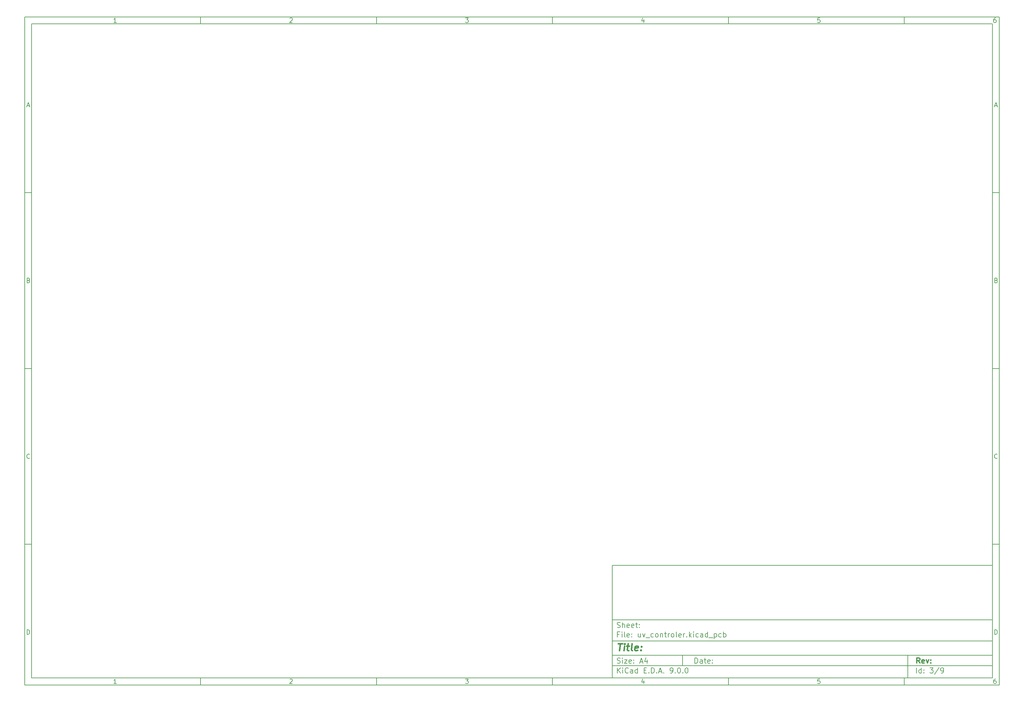
<source format=gbr>
%TF.GenerationSoftware,KiCad,Pcbnew,9.0.0*%
%TF.CreationDate,2025-06-04T23:26:29+02:00*%
%TF.ProjectId,uv_controler,75765f63-6f6e-4747-926f-6c65722e6b69,rev?*%
%TF.SameCoordinates,Original*%
%TF.FileFunction,Paste,Bot*%
%TF.FilePolarity,Positive*%
%FSLAX46Y46*%
G04 Gerber Fmt 4.6, Leading zero omitted, Abs format (unit mm)*
G04 Created by KiCad (PCBNEW 9.0.0) date 2025-06-04 23:26:29*
%MOMM*%
%LPD*%
G01*
G04 APERTURE LIST*
%ADD10C,0.100000*%
%ADD11C,0.150000*%
%ADD12C,0.300000*%
%ADD13C,0.400000*%
G04 APERTURE END LIST*
D10*
D11*
X177002200Y-166007200D02*
X285002200Y-166007200D01*
X285002200Y-198007200D01*
X177002200Y-198007200D01*
X177002200Y-166007200D01*
D10*
D11*
X10000000Y-10000000D02*
X287002200Y-10000000D01*
X287002200Y-200007200D01*
X10000000Y-200007200D01*
X10000000Y-10000000D01*
D10*
D11*
X12000000Y-12000000D02*
X285002200Y-12000000D01*
X285002200Y-198007200D01*
X12000000Y-198007200D01*
X12000000Y-12000000D01*
D10*
D11*
X60000000Y-12000000D02*
X60000000Y-10000000D01*
D10*
D11*
X110000000Y-12000000D02*
X110000000Y-10000000D01*
D10*
D11*
X160000000Y-12000000D02*
X160000000Y-10000000D01*
D10*
D11*
X210000000Y-12000000D02*
X210000000Y-10000000D01*
D10*
D11*
X260000000Y-12000000D02*
X260000000Y-10000000D01*
D10*
D11*
X36089160Y-11593604D02*
X35346303Y-11593604D01*
X35717731Y-11593604D02*
X35717731Y-10293604D01*
X35717731Y-10293604D02*
X35593922Y-10479319D01*
X35593922Y-10479319D02*
X35470112Y-10603128D01*
X35470112Y-10603128D02*
X35346303Y-10665033D01*
D10*
D11*
X85346303Y-10417414D02*
X85408207Y-10355509D01*
X85408207Y-10355509D02*
X85532017Y-10293604D01*
X85532017Y-10293604D02*
X85841541Y-10293604D01*
X85841541Y-10293604D02*
X85965350Y-10355509D01*
X85965350Y-10355509D02*
X86027255Y-10417414D01*
X86027255Y-10417414D02*
X86089160Y-10541223D01*
X86089160Y-10541223D02*
X86089160Y-10665033D01*
X86089160Y-10665033D02*
X86027255Y-10850747D01*
X86027255Y-10850747D02*
X85284398Y-11593604D01*
X85284398Y-11593604D02*
X86089160Y-11593604D01*
D10*
D11*
X135284398Y-10293604D02*
X136089160Y-10293604D01*
X136089160Y-10293604D02*
X135655826Y-10788842D01*
X135655826Y-10788842D02*
X135841541Y-10788842D01*
X135841541Y-10788842D02*
X135965350Y-10850747D01*
X135965350Y-10850747D02*
X136027255Y-10912652D01*
X136027255Y-10912652D02*
X136089160Y-11036461D01*
X136089160Y-11036461D02*
X136089160Y-11345985D01*
X136089160Y-11345985D02*
X136027255Y-11469795D01*
X136027255Y-11469795D02*
X135965350Y-11531700D01*
X135965350Y-11531700D02*
X135841541Y-11593604D01*
X135841541Y-11593604D02*
X135470112Y-11593604D01*
X135470112Y-11593604D02*
X135346303Y-11531700D01*
X135346303Y-11531700D02*
X135284398Y-11469795D01*
D10*
D11*
X185965350Y-10726938D02*
X185965350Y-11593604D01*
X185655826Y-10231700D02*
X185346303Y-11160271D01*
X185346303Y-11160271D02*
X186151064Y-11160271D01*
D10*
D11*
X236027255Y-10293604D02*
X235408207Y-10293604D01*
X235408207Y-10293604D02*
X235346303Y-10912652D01*
X235346303Y-10912652D02*
X235408207Y-10850747D01*
X235408207Y-10850747D02*
X235532017Y-10788842D01*
X235532017Y-10788842D02*
X235841541Y-10788842D01*
X235841541Y-10788842D02*
X235965350Y-10850747D01*
X235965350Y-10850747D02*
X236027255Y-10912652D01*
X236027255Y-10912652D02*
X236089160Y-11036461D01*
X236089160Y-11036461D02*
X236089160Y-11345985D01*
X236089160Y-11345985D02*
X236027255Y-11469795D01*
X236027255Y-11469795D02*
X235965350Y-11531700D01*
X235965350Y-11531700D02*
X235841541Y-11593604D01*
X235841541Y-11593604D02*
X235532017Y-11593604D01*
X235532017Y-11593604D02*
X235408207Y-11531700D01*
X235408207Y-11531700D02*
X235346303Y-11469795D01*
D10*
D11*
X285965350Y-10293604D02*
X285717731Y-10293604D01*
X285717731Y-10293604D02*
X285593922Y-10355509D01*
X285593922Y-10355509D02*
X285532017Y-10417414D01*
X285532017Y-10417414D02*
X285408207Y-10603128D01*
X285408207Y-10603128D02*
X285346303Y-10850747D01*
X285346303Y-10850747D02*
X285346303Y-11345985D01*
X285346303Y-11345985D02*
X285408207Y-11469795D01*
X285408207Y-11469795D02*
X285470112Y-11531700D01*
X285470112Y-11531700D02*
X285593922Y-11593604D01*
X285593922Y-11593604D02*
X285841541Y-11593604D01*
X285841541Y-11593604D02*
X285965350Y-11531700D01*
X285965350Y-11531700D02*
X286027255Y-11469795D01*
X286027255Y-11469795D02*
X286089160Y-11345985D01*
X286089160Y-11345985D02*
X286089160Y-11036461D01*
X286089160Y-11036461D02*
X286027255Y-10912652D01*
X286027255Y-10912652D02*
X285965350Y-10850747D01*
X285965350Y-10850747D02*
X285841541Y-10788842D01*
X285841541Y-10788842D02*
X285593922Y-10788842D01*
X285593922Y-10788842D02*
X285470112Y-10850747D01*
X285470112Y-10850747D02*
X285408207Y-10912652D01*
X285408207Y-10912652D02*
X285346303Y-11036461D01*
D10*
D11*
X60000000Y-198007200D02*
X60000000Y-200007200D01*
D10*
D11*
X110000000Y-198007200D02*
X110000000Y-200007200D01*
D10*
D11*
X160000000Y-198007200D02*
X160000000Y-200007200D01*
D10*
D11*
X210000000Y-198007200D02*
X210000000Y-200007200D01*
D10*
D11*
X260000000Y-198007200D02*
X260000000Y-200007200D01*
D10*
D11*
X36089160Y-199600804D02*
X35346303Y-199600804D01*
X35717731Y-199600804D02*
X35717731Y-198300804D01*
X35717731Y-198300804D02*
X35593922Y-198486519D01*
X35593922Y-198486519D02*
X35470112Y-198610328D01*
X35470112Y-198610328D02*
X35346303Y-198672233D01*
D10*
D11*
X85346303Y-198424614D02*
X85408207Y-198362709D01*
X85408207Y-198362709D02*
X85532017Y-198300804D01*
X85532017Y-198300804D02*
X85841541Y-198300804D01*
X85841541Y-198300804D02*
X85965350Y-198362709D01*
X85965350Y-198362709D02*
X86027255Y-198424614D01*
X86027255Y-198424614D02*
X86089160Y-198548423D01*
X86089160Y-198548423D02*
X86089160Y-198672233D01*
X86089160Y-198672233D02*
X86027255Y-198857947D01*
X86027255Y-198857947D02*
X85284398Y-199600804D01*
X85284398Y-199600804D02*
X86089160Y-199600804D01*
D10*
D11*
X135284398Y-198300804D02*
X136089160Y-198300804D01*
X136089160Y-198300804D02*
X135655826Y-198796042D01*
X135655826Y-198796042D02*
X135841541Y-198796042D01*
X135841541Y-198796042D02*
X135965350Y-198857947D01*
X135965350Y-198857947D02*
X136027255Y-198919852D01*
X136027255Y-198919852D02*
X136089160Y-199043661D01*
X136089160Y-199043661D02*
X136089160Y-199353185D01*
X136089160Y-199353185D02*
X136027255Y-199476995D01*
X136027255Y-199476995D02*
X135965350Y-199538900D01*
X135965350Y-199538900D02*
X135841541Y-199600804D01*
X135841541Y-199600804D02*
X135470112Y-199600804D01*
X135470112Y-199600804D02*
X135346303Y-199538900D01*
X135346303Y-199538900D02*
X135284398Y-199476995D01*
D10*
D11*
X185965350Y-198734138D02*
X185965350Y-199600804D01*
X185655826Y-198238900D02*
X185346303Y-199167471D01*
X185346303Y-199167471D02*
X186151064Y-199167471D01*
D10*
D11*
X236027255Y-198300804D02*
X235408207Y-198300804D01*
X235408207Y-198300804D02*
X235346303Y-198919852D01*
X235346303Y-198919852D02*
X235408207Y-198857947D01*
X235408207Y-198857947D02*
X235532017Y-198796042D01*
X235532017Y-198796042D02*
X235841541Y-198796042D01*
X235841541Y-198796042D02*
X235965350Y-198857947D01*
X235965350Y-198857947D02*
X236027255Y-198919852D01*
X236027255Y-198919852D02*
X236089160Y-199043661D01*
X236089160Y-199043661D02*
X236089160Y-199353185D01*
X236089160Y-199353185D02*
X236027255Y-199476995D01*
X236027255Y-199476995D02*
X235965350Y-199538900D01*
X235965350Y-199538900D02*
X235841541Y-199600804D01*
X235841541Y-199600804D02*
X235532017Y-199600804D01*
X235532017Y-199600804D02*
X235408207Y-199538900D01*
X235408207Y-199538900D02*
X235346303Y-199476995D01*
D10*
D11*
X285965350Y-198300804D02*
X285717731Y-198300804D01*
X285717731Y-198300804D02*
X285593922Y-198362709D01*
X285593922Y-198362709D02*
X285532017Y-198424614D01*
X285532017Y-198424614D02*
X285408207Y-198610328D01*
X285408207Y-198610328D02*
X285346303Y-198857947D01*
X285346303Y-198857947D02*
X285346303Y-199353185D01*
X285346303Y-199353185D02*
X285408207Y-199476995D01*
X285408207Y-199476995D02*
X285470112Y-199538900D01*
X285470112Y-199538900D02*
X285593922Y-199600804D01*
X285593922Y-199600804D02*
X285841541Y-199600804D01*
X285841541Y-199600804D02*
X285965350Y-199538900D01*
X285965350Y-199538900D02*
X286027255Y-199476995D01*
X286027255Y-199476995D02*
X286089160Y-199353185D01*
X286089160Y-199353185D02*
X286089160Y-199043661D01*
X286089160Y-199043661D02*
X286027255Y-198919852D01*
X286027255Y-198919852D02*
X285965350Y-198857947D01*
X285965350Y-198857947D02*
X285841541Y-198796042D01*
X285841541Y-198796042D02*
X285593922Y-198796042D01*
X285593922Y-198796042D02*
X285470112Y-198857947D01*
X285470112Y-198857947D02*
X285408207Y-198919852D01*
X285408207Y-198919852D02*
X285346303Y-199043661D01*
D10*
D11*
X10000000Y-60000000D02*
X12000000Y-60000000D01*
D10*
D11*
X10000000Y-110000000D02*
X12000000Y-110000000D01*
D10*
D11*
X10000000Y-160000000D02*
X12000000Y-160000000D01*
D10*
D11*
X10690476Y-35222176D02*
X11309523Y-35222176D01*
X10566666Y-35593604D02*
X10999999Y-34293604D01*
X10999999Y-34293604D02*
X11433333Y-35593604D01*
D10*
D11*
X11092857Y-84912652D02*
X11278571Y-84974557D01*
X11278571Y-84974557D02*
X11340476Y-85036461D01*
X11340476Y-85036461D02*
X11402380Y-85160271D01*
X11402380Y-85160271D02*
X11402380Y-85345985D01*
X11402380Y-85345985D02*
X11340476Y-85469795D01*
X11340476Y-85469795D02*
X11278571Y-85531700D01*
X11278571Y-85531700D02*
X11154761Y-85593604D01*
X11154761Y-85593604D02*
X10659523Y-85593604D01*
X10659523Y-85593604D02*
X10659523Y-84293604D01*
X10659523Y-84293604D02*
X11092857Y-84293604D01*
X11092857Y-84293604D02*
X11216666Y-84355509D01*
X11216666Y-84355509D02*
X11278571Y-84417414D01*
X11278571Y-84417414D02*
X11340476Y-84541223D01*
X11340476Y-84541223D02*
X11340476Y-84665033D01*
X11340476Y-84665033D02*
X11278571Y-84788842D01*
X11278571Y-84788842D02*
X11216666Y-84850747D01*
X11216666Y-84850747D02*
X11092857Y-84912652D01*
X11092857Y-84912652D02*
X10659523Y-84912652D01*
D10*
D11*
X11402380Y-135469795D02*
X11340476Y-135531700D01*
X11340476Y-135531700D02*
X11154761Y-135593604D01*
X11154761Y-135593604D02*
X11030952Y-135593604D01*
X11030952Y-135593604D02*
X10845238Y-135531700D01*
X10845238Y-135531700D02*
X10721428Y-135407890D01*
X10721428Y-135407890D02*
X10659523Y-135284080D01*
X10659523Y-135284080D02*
X10597619Y-135036461D01*
X10597619Y-135036461D02*
X10597619Y-134850747D01*
X10597619Y-134850747D02*
X10659523Y-134603128D01*
X10659523Y-134603128D02*
X10721428Y-134479319D01*
X10721428Y-134479319D02*
X10845238Y-134355509D01*
X10845238Y-134355509D02*
X11030952Y-134293604D01*
X11030952Y-134293604D02*
X11154761Y-134293604D01*
X11154761Y-134293604D02*
X11340476Y-134355509D01*
X11340476Y-134355509D02*
X11402380Y-134417414D01*
D10*
D11*
X10659523Y-185593604D02*
X10659523Y-184293604D01*
X10659523Y-184293604D02*
X10969047Y-184293604D01*
X10969047Y-184293604D02*
X11154761Y-184355509D01*
X11154761Y-184355509D02*
X11278571Y-184479319D01*
X11278571Y-184479319D02*
X11340476Y-184603128D01*
X11340476Y-184603128D02*
X11402380Y-184850747D01*
X11402380Y-184850747D02*
X11402380Y-185036461D01*
X11402380Y-185036461D02*
X11340476Y-185284080D01*
X11340476Y-185284080D02*
X11278571Y-185407890D01*
X11278571Y-185407890D02*
X11154761Y-185531700D01*
X11154761Y-185531700D02*
X10969047Y-185593604D01*
X10969047Y-185593604D02*
X10659523Y-185593604D01*
D10*
D11*
X287002200Y-60000000D02*
X285002200Y-60000000D01*
D10*
D11*
X287002200Y-110000000D02*
X285002200Y-110000000D01*
D10*
D11*
X287002200Y-160000000D02*
X285002200Y-160000000D01*
D10*
D11*
X285692676Y-35222176D02*
X286311723Y-35222176D01*
X285568866Y-35593604D02*
X286002199Y-34293604D01*
X286002199Y-34293604D02*
X286435533Y-35593604D01*
D10*
D11*
X286095057Y-84912652D02*
X286280771Y-84974557D01*
X286280771Y-84974557D02*
X286342676Y-85036461D01*
X286342676Y-85036461D02*
X286404580Y-85160271D01*
X286404580Y-85160271D02*
X286404580Y-85345985D01*
X286404580Y-85345985D02*
X286342676Y-85469795D01*
X286342676Y-85469795D02*
X286280771Y-85531700D01*
X286280771Y-85531700D02*
X286156961Y-85593604D01*
X286156961Y-85593604D02*
X285661723Y-85593604D01*
X285661723Y-85593604D02*
X285661723Y-84293604D01*
X285661723Y-84293604D02*
X286095057Y-84293604D01*
X286095057Y-84293604D02*
X286218866Y-84355509D01*
X286218866Y-84355509D02*
X286280771Y-84417414D01*
X286280771Y-84417414D02*
X286342676Y-84541223D01*
X286342676Y-84541223D02*
X286342676Y-84665033D01*
X286342676Y-84665033D02*
X286280771Y-84788842D01*
X286280771Y-84788842D02*
X286218866Y-84850747D01*
X286218866Y-84850747D02*
X286095057Y-84912652D01*
X286095057Y-84912652D02*
X285661723Y-84912652D01*
D10*
D11*
X286404580Y-135469795D02*
X286342676Y-135531700D01*
X286342676Y-135531700D02*
X286156961Y-135593604D01*
X286156961Y-135593604D02*
X286033152Y-135593604D01*
X286033152Y-135593604D02*
X285847438Y-135531700D01*
X285847438Y-135531700D02*
X285723628Y-135407890D01*
X285723628Y-135407890D02*
X285661723Y-135284080D01*
X285661723Y-135284080D02*
X285599819Y-135036461D01*
X285599819Y-135036461D02*
X285599819Y-134850747D01*
X285599819Y-134850747D02*
X285661723Y-134603128D01*
X285661723Y-134603128D02*
X285723628Y-134479319D01*
X285723628Y-134479319D02*
X285847438Y-134355509D01*
X285847438Y-134355509D02*
X286033152Y-134293604D01*
X286033152Y-134293604D02*
X286156961Y-134293604D01*
X286156961Y-134293604D02*
X286342676Y-134355509D01*
X286342676Y-134355509D02*
X286404580Y-134417414D01*
D10*
D11*
X285661723Y-185593604D02*
X285661723Y-184293604D01*
X285661723Y-184293604D02*
X285971247Y-184293604D01*
X285971247Y-184293604D02*
X286156961Y-184355509D01*
X286156961Y-184355509D02*
X286280771Y-184479319D01*
X286280771Y-184479319D02*
X286342676Y-184603128D01*
X286342676Y-184603128D02*
X286404580Y-184850747D01*
X286404580Y-184850747D02*
X286404580Y-185036461D01*
X286404580Y-185036461D02*
X286342676Y-185284080D01*
X286342676Y-185284080D02*
X286280771Y-185407890D01*
X286280771Y-185407890D02*
X286156961Y-185531700D01*
X286156961Y-185531700D02*
X285971247Y-185593604D01*
X285971247Y-185593604D02*
X285661723Y-185593604D01*
D10*
D11*
X200458026Y-193793328D02*
X200458026Y-192293328D01*
X200458026Y-192293328D02*
X200815169Y-192293328D01*
X200815169Y-192293328D02*
X201029455Y-192364757D01*
X201029455Y-192364757D02*
X201172312Y-192507614D01*
X201172312Y-192507614D02*
X201243741Y-192650471D01*
X201243741Y-192650471D02*
X201315169Y-192936185D01*
X201315169Y-192936185D02*
X201315169Y-193150471D01*
X201315169Y-193150471D02*
X201243741Y-193436185D01*
X201243741Y-193436185D02*
X201172312Y-193579042D01*
X201172312Y-193579042D02*
X201029455Y-193721900D01*
X201029455Y-193721900D02*
X200815169Y-193793328D01*
X200815169Y-193793328D02*
X200458026Y-193793328D01*
X202600884Y-193793328D02*
X202600884Y-193007614D01*
X202600884Y-193007614D02*
X202529455Y-192864757D01*
X202529455Y-192864757D02*
X202386598Y-192793328D01*
X202386598Y-192793328D02*
X202100884Y-192793328D01*
X202100884Y-192793328D02*
X201958026Y-192864757D01*
X202600884Y-193721900D02*
X202458026Y-193793328D01*
X202458026Y-193793328D02*
X202100884Y-193793328D01*
X202100884Y-193793328D02*
X201958026Y-193721900D01*
X201958026Y-193721900D02*
X201886598Y-193579042D01*
X201886598Y-193579042D02*
X201886598Y-193436185D01*
X201886598Y-193436185D02*
X201958026Y-193293328D01*
X201958026Y-193293328D02*
X202100884Y-193221900D01*
X202100884Y-193221900D02*
X202458026Y-193221900D01*
X202458026Y-193221900D02*
X202600884Y-193150471D01*
X203100884Y-192793328D02*
X203672312Y-192793328D01*
X203315169Y-192293328D02*
X203315169Y-193579042D01*
X203315169Y-193579042D02*
X203386598Y-193721900D01*
X203386598Y-193721900D02*
X203529455Y-193793328D01*
X203529455Y-193793328D02*
X203672312Y-193793328D01*
X204743741Y-193721900D02*
X204600884Y-193793328D01*
X204600884Y-193793328D02*
X204315170Y-193793328D01*
X204315170Y-193793328D02*
X204172312Y-193721900D01*
X204172312Y-193721900D02*
X204100884Y-193579042D01*
X204100884Y-193579042D02*
X204100884Y-193007614D01*
X204100884Y-193007614D02*
X204172312Y-192864757D01*
X204172312Y-192864757D02*
X204315170Y-192793328D01*
X204315170Y-192793328D02*
X204600884Y-192793328D01*
X204600884Y-192793328D02*
X204743741Y-192864757D01*
X204743741Y-192864757D02*
X204815170Y-193007614D01*
X204815170Y-193007614D02*
X204815170Y-193150471D01*
X204815170Y-193150471D02*
X204100884Y-193293328D01*
X205458026Y-193650471D02*
X205529455Y-193721900D01*
X205529455Y-193721900D02*
X205458026Y-193793328D01*
X205458026Y-193793328D02*
X205386598Y-193721900D01*
X205386598Y-193721900D02*
X205458026Y-193650471D01*
X205458026Y-193650471D02*
X205458026Y-193793328D01*
X205458026Y-192864757D02*
X205529455Y-192936185D01*
X205529455Y-192936185D02*
X205458026Y-193007614D01*
X205458026Y-193007614D02*
X205386598Y-192936185D01*
X205386598Y-192936185D02*
X205458026Y-192864757D01*
X205458026Y-192864757D02*
X205458026Y-193007614D01*
D10*
D11*
X177002200Y-194507200D02*
X285002200Y-194507200D01*
D10*
D11*
X178458026Y-196593328D02*
X178458026Y-195093328D01*
X179315169Y-196593328D02*
X178672312Y-195736185D01*
X179315169Y-195093328D02*
X178458026Y-195950471D01*
X179958026Y-196593328D02*
X179958026Y-195593328D01*
X179958026Y-195093328D02*
X179886598Y-195164757D01*
X179886598Y-195164757D02*
X179958026Y-195236185D01*
X179958026Y-195236185D02*
X180029455Y-195164757D01*
X180029455Y-195164757D02*
X179958026Y-195093328D01*
X179958026Y-195093328D02*
X179958026Y-195236185D01*
X181529455Y-196450471D02*
X181458027Y-196521900D01*
X181458027Y-196521900D02*
X181243741Y-196593328D01*
X181243741Y-196593328D02*
X181100884Y-196593328D01*
X181100884Y-196593328D02*
X180886598Y-196521900D01*
X180886598Y-196521900D02*
X180743741Y-196379042D01*
X180743741Y-196379042D02*
X180672312Y-196236185D01*
X180672312Y-196236185D02*
X180600884Y-195950471D01*
X180600884Y-195950471D02*
X180600884Y-195736185D01*
X180600884Y-195736185D02*
X180672312Y-195450471D01*
X180672312Y-195450471D02*
X180743741Y-195307614D01*
X180743741Y-195307614D02*
X180886598Y-195164757D01*
X180886598Y-195164757D02*
X181100884Y-195093328D01*
X181100884Y-195093328D02*
X181243741Y-195093328D01*
X181243741Y-195093328D02*
X181458027Y-195164757D01*
X181458027Y-195164757D02*
X181529455Y-195236185D01*
X182815170Y-196593328D02*
X182815170Y-195807614D01*
X182815170Y-195807614D02*
X182743741Y-195664757D01*
X182743741Y-195664757D02*
X182600884Y-195593328D01*
X182600884Y-195593328D02*
X182315170Y-195593328D01*
X182315170Y-195593328D02*
X182172312Y-195664757D01*
X182815170Y-196521900D02*
X182672312Y-196593328D01*
X182672312Y-196593328D02*
X182315170Y-196593328D01*
X182315170Y-196593328D02*
X182172312Y-196521900D01*
X182172312Y-196521900D02*
X182100884Y-196379042D01*
X182100884Y-196379042D02*
X182100884Y-196236185D01*
X182100884Y-196236185D02*
X182172312Y-196093328D01*
X182172312Y-196093328D02*
X182315170Y-196021900D01*
X182315170Y-196021900D02*
X182672312Y-196021900D01*
X182672312Y-196021900D02*
X182815170Y-195950471D01*
X184172313Y-196593328D02*
X184172313Y-195093328D01*
X184172313Y-196521900D02*
X184029455Y-196593328D01*
X184029455Y-196593328D02*
X183743741Y-196593328D01*
X183743741Y-196593328D02*
X183600884Y-196521900D01*
X183600884Y-196521900D02*
X183529455Y-196450471D01*
X183529455Y-196450471D02*
X183458027Y-196307614D01*
X183458027Y-196307614D02*
X183458027Y-195879042D01*
X183458027Y-195879042D02*
X183529455Y-195736185D01*
X183529455Y-195736185D02*
X183600884Y-195664757D01*
X183600884Y-195664757D02*
X183743741Y-195593328D01*
X183743741Y-195593328D02*
X184029455Y-195593328D01*
X184029455Y-195593328D02*
X184172313Y-195664757D01*
X186029455Y-195807614D02*
X186529455Y-195807614D01*
X186743741Y-196593328D02*
X186029455Y-196593328D01*
X186029455Y-196593328D02*
X186029455Y-195093328D01*
X186029455Y-195093328D02*
X186743741Y-195093328D01*
X187386598Y-196450471D02*
X187458027Y-196521900D01*
X187458027Y-196521900D02*
X187386598Y-196593328D01*
X187386598Y-196593328D02*
X187315170Y-196521900D01*
X187315170Y-196521900D02*
X187386598Y-196450471D01*
X187386598Y-196450471D02*
X187386598Y-196593328D01*
X188100884Y-196593328D02*
X188100884Y-195093328D01*
X188100884Y-195093328D02*
X188458027Y-195093328D01*
X188458027Y-195093328D02*
X188672313Y-195164757D01*
X188672313Y-195164757D02*
X188815170Y-195307614D01*
X188815170Y-195307614D02*
X188886599Y-195450471D01*
X188886599Y-195450471D02*
X188958027Y-195736185D01*
X188958027Y-195736185D02*
X188958027Y-195950471D01*
X188958027Y-195950471D02*
X188886599Y-196236185D01*
X188886599Y-196236185D02*
X188815170Y-196379042D01*
X188815170Y-196379042D02*
X188672313Y-196521900D01*
X188672313Y-196521900D02*
X188458027Y-196593328D01*
X188458027Y-196593328D02*
X188100884Y-196593328D01*
X189600884Y-196450471D02*
X189672313Y-196521900D01*
X189672313Y-196521900D02*
X189600884Y-196593328D01*
X189600884Y-196593328D02*
X189529456Y-196521900D01*
X189529456Y-196521900D02*
X189600884Y-196450471D01*
X189600884Y-196450471D02*
X189600884Y-196593328D01*
X190243742Y-196164757D02*
X190958028Y-196164757D01*
X190100885Y-196593328D02*
X190600885Y-195093328D01*
X190600885Y-195093328D02*
X191100885Y-196593328D01*
X191600884Y-196450471D02*
X191672313Y-196521900D01*
X191672313Y-196521900D02*
X191600884Y-196593328D01*
X191600884Y-196593328D02*
X191529456Y-196521900D01*
X191529456Y-196521900D02*
X191600884Y-196450471D01*
X191600884Y-196450471D02*
X191600884Y-196593328D01*
X193529456Y-196593328D02*
X193815170Y-196593328D01*
X193815170Y-196593328D02*
X193958027Y-196521900D01*
X193958027Y-196521900D02*
X194029456Y-196450471D01*
X194029456Y-196450471D02*
X194172313Y-196236185D01*
X194172313Y-196236185D02*
X194243742Y-195950471D01*
X194243742Y-195950471D02*
X194243742Y-195379042D01*
X194243742Y-195379042D02*
X194172313Y-195236185D01*
X194172313Y-195236185D02*
X194100885Y-195164757D01*
X194100885Y-195164757D02*
X193958027Y-195093328D01*
X193958027Y-195093328D02*
X193672313Y-195093328D01*
X193672313Y-195093328D02*
X193529456Y-195164757D01*
X193529456Y-195164757D02*
X193458027Y-195236185D01*
X193458027Y-195236185D02*
X193386599Y-195379042D01*
X193386599Y-195379042D02*
X193386599Y-195736185D01*
X193386599Y-195736185D02*
X193458027Y-195879042D01*
X193458027Y-195879042D02*
X193529456Y-195950471D01*
X193529456Y-195950471D02*
X193672313Y-196021900D01*
X193672313Y-196021900D02*
X193958027Y-196021900D01*
X193958027Y-196021900D02*
X194100885Y-195950471D01*
X194100885Y-195950471D02*
X194172313Y-195879042D01*
X194172313Y-195879042D02*
X194243742Y-195736185D01*
X194886598Y-196450471D02*
X194958027Y-196521900D01*
X194958027Y-196521900D02*
X194886598Y-196593328D01*
X194886598Y-196593328D02*
X194815170Y-196521900D01*
X194815170Y-196521900D02*
X194886598Y-196450471D01*
X194886598Y-196450471D02*
X194886598Y-196593328D01*
X195886599Y-195093328D02*
X196029456Y-195093328D01*
X196029456Y-195093328D02*
X196172313Y-195164757D01*
X196172313Y-195164757D02*
X196243742Y-195236185D01*
X196243742Y-195236185D02*
X196315170Y-195379042D01*
X196315170Y-195379042D02*
X196386599Y-195664757D01*
X196386599Y-195664757D02*
X196386599Y-196021900D01*
X196386599Y-196021900D02*
X196315170Y-196307614D01*
X196315170Y-196307614D02*
X196243742Y-196450471D01*
X196243742Y-196450471D02*
X196172313Y-196521900D01*
X196172313Y-196521900D02*
X196029456Y-196593328D01*
X196029456Y-196593328D02*
X195886599Y-196593328D01*
X195886599Y-196593328D02*
X195743742Y-196521900D01*
X195743742Y-196521900D02*
X195672313Y-196450471D01*
X195672313Y-196450471D02*
X195600884Y-196307614D01*
X195600884Y-196307614D02*
X195529456Y-196021900D01*
X195529456Y-196021900D02*
X195529456Y-195664757D01*
X195529456Y-195664757D02*
X195600884Y-195379042D01*
X195600884Y-195379042D02*
X195672313Y-195236185D01*
X195672313Y-195236185D02*
X195743742Y-195164757D01*
X195743742Y-195164757D02*
X195886599Y-195093328D01*
X197029455Y-196450471D02*
X197100884Y-196521900D01*
X197100884Y-196521900D02*
X197029455Y-196593328D01*
X197029455Y-196593328D02*
X196958027Y-196521900D01*
X196958027Y-196521900D02*
X197029455Y-196450471D01*
X197029455Y-196450471D02*
X197029455Y-196593328D01*
X198029456Y-195093328D02*
X198172313Y-195093328D01*
X198172313Y-195093328D02*
X198315170Y-195164757D01*
X198315170Y-195164757D02*
X198386599Y-195236185D01*
X198386599Y-195236185D02*
X198458027Y-195379042D01*
X198458027Y-195379042D02*
X198529456Y-195664757D01*
X198529456Y-195664757D02*
X198529456Y-196021900D01*
X198529456Y-196021900D02*
X198458027Y-196307614D01*
X198458027Y-196307614D02*
X198386599Y-196450471D01*
X198386599Y-196450471D02*
X198315170Y-196521900D01*
X198315170Y-196521900D02*
X198172313Y-196593328D01*
X198172313Y-196593328D02*
X198029456Y-196593328D01*
X198029456Y-196593328D02*
X197886599Y-196521900D01*
X197886599Y-196521900D02*
X197815170Y-196450471D01*
X197815170Y-196450471D02*
X197743741Y-196307614D01*
X197743741Y-196307614D02*
X197672313Y-196021900D01*
X197672313Y-196021900D02*
X197672313Y-195664757D01*
X197672313Y-195664757D02*
X197743741Y-195379042D01*
X197743741Y-195379042D02*
X197815170Y-195236185D01*
X197815170Y-195236185D02*
X197886599Y-195164757D01*
X197886599Y-195164757D02*
X198029456Y-195093328D01*
D10*
D11*
X177002200Y-191507200D02*
X285002200Y-191507200D01*
D10*
D12*
X264413853Y-193785528D02*
X263913853Y-193071242D01*
X263556710Y-193785528D02*
X263556710Y-192285528D01*
X263556710Y-192285528D02*
X264128139Y-192285528D01*
X264128139Y-192285528D02*
X264270996Y-192356957D01*
X264270996Y-192356957D02*
X264342425Y-192428385D01*
X264342425Y-192428385D02*
X264413853Y-192571242D01*
X264413853Y-192571242D02*
X264413853Y-192785528D01*
X264413853Y-192785528D02*
X264342425Y-192928385D01*
X264342425Y-192928385D02*
X264270996Y-192999814D01*
X264270996Y-192999814D02*
X264128139Y-193071242D01*
X264128139Y-193071242D02*
X263556710Y-193071242D01*
X265628139Y-193714100D02*
X265485282Y-193785528D01*
X265485282Y-193785528D02*
X265199568Y-193785528D01*
X265199568Y-193785528D02*
X265056710Y-193714100D01*
X265056710Y-193714100D02*
X264985282Y-193571242D01*
X264985282Y-193571242D02*
X264985282Y-192999814D01*
X264985282Y-192999814D02*
X265056710Y-192856957D01*
X265056710Y-192856957D02*
X265199568Y-192785528D01*
X265199568Y-192785528D02*
X265485282Y-192785528D01*
X265485282Y-192785528D02*
X265628139Y-192856957D01*
X265628139Y-192856957D02*
X265699568Y-192999814D01*
X265699568Y-192999814D02*
X265699568Y-193142671D01*
X265699568Y-193142671D02*
X264985282Y-193285528D01*
X266199567Y-192785528D02*
X266556710Y-193785528D01*
X266556710Y-193785528D02*
X266913853Y-192785528D01*
X267485281Y-193642671D02*
X267556710Y-193714100D01*
X267556710Y-193714100D02*
X267485281Y-193785528D01*
X267485281Y-193785528D02*
X267413853Y-193714100D01*
X267413853Y-193714100D02*
X267485281Y-193642671D01*
X267485281Y-193642671D02*
X267485281Y-193785528D01*
X267485281Y-192856957D02*
X267556710Y-192928385D01*
X267556710Y-192928385D02*
X267485281Y-192999814D01*
X267485281Y-192999814D02*
X267413853Y-192928385D01*
X267413853Y-192928385D02*
X267485281Y-192856957D01*
X267485281Y-192856957D02*
X267485281Y-192999814D01*
D10*
D11*
X178386598Y-193721900D02*
X178600884Y-193793328D01*
X178600884Y-193793328D02*
X178958026Y-193793328D01*
X178958026Y-193793328D02*
X179100884Y-193721900D01*
X179100884Y-193721900D02*
X179172312Y-193650471D01*
X179172312Y-193650471D02*
X179243741Y-193507614D01*
X179243741Y-193507614D02*
X179243741Y-193364757D01*
X179243741Y-193364757D02*
X179172312Y-193221900D01*
X179172312Y-193221900D02*
X179100884Y-193150471D01*
X179100884Y-193150471D02*
X178958026Y-193079042D01*
X178958026Y-193079042D02*
X178672312Y-193007614D01*
X178672312Y-193007614D02*
X178529455Y-192936185D01*
X178529455Y-192936185D02*
X178458026Y-192864757D01*
X178458026Y-192864757D02*
X178386598Y-192721900D01*
X178386598Y-192721900D02*
X178386598Y-192579042D01*
X178386598Y-192579042D02*
X178458026Y-192436185D01*
X178458026Y-192436185D02*
X178529455Y-192364757D01*
X178529455Y-192364757D02*
X178672312Y-192293328D01*
X178672312Y-192293328D02*
X179029455Y-192293328D01*
X179029455Y-192293328D02*
X179243741Y-192364757D01*
X179886597Y-193793328D02*
X179886597Y-192793328D01*
X179886597Y-192293328D02*
X179815169Y-192364757D01*
X179815169Y-192364757D02*
X179886597Y-192436185D01*
X179886597Y-192436185D02*
X179958026Y-192364757D01*
X179958026Y-192364757D02*
X179886597Y-192293328D01*
X179886597Y-192293328D02*
X179886597Y-192436185D01*
X180458026Y-192793328D02*
X181243741Y-192793328D01*
X181243741Y-192793328D02*
X180458026Y-193793328D01*
X180458026Y-193793328D02*
X181243741Y-193793328D01*
X182386598Y-193721900D02*
X182243741Y-193793328D01*
X182243741Y-193793328D02*
X181958027Y-193793328D01*
X181958027Y-193793328D02*
X181815169Y-193721900D01*
X181815169Y-193721900D02*
X181743741Y-193579042D01*
X181743741Y-193579042D02*
X181743741Y-193007614D01*
X181743741Y-193007614D02*
X181815169Y-192864757D01*
X181815169Y-192864757D02*
X181958027Y-192793328D01*
X181958027Y-192793328D02*
X182243741Y-192793328D01*
X182243741Y-192793328D02*
X182386598Y-192864757D01*
X182386598Y-192864757D02*
X182458027Y-193007614D01*
X182458027Y-193007614D02*
X182458027Y-193150471D01*
X182458027Y-193150471D02*
X181743741Y-193293328D01*
X183100883Y-193650471D02*
X183172312Y-193721900D01*
X183172312Y-193721900D02*
X183100883Y-193793328D01*
X183100883Y-193793328D02*
X183029455Y-193721900D01*
X183029455Y-193721900D02*
X183100883Y-193650471D01*
X183100883Y-193650471D02*
X183100883Y-193793328D01*
X183100883Y-192864757D02*
X183172312Y-192936185D01*
X183172312Y-192936185D02*
X183100883Y-193007614D01*
X183100883Y-193007614D02*
X183029455Y-192936185D01*
X183029455Y-192936185D02*
X183100883Y-192864757D01*
X183100883Y-192864757D02*
X183100883Y-193007614D01*
X184886598Y-193364757D02*
X185600884Y-193364757D01*
X184743741Y-193793328D02*
X185243741Y-192293328D01*
X185243741Y-192293328D02*
X185743741Y-193793328D01*
X186886598Y-192793328D02*
X186886598Y-193793328D01*
X186529455Y-192221900D02*
X186172312Y-193293328D01*
X186172312Y-193293328D02*
X187100883Y-193293328D01*
D10*
D11*
X263458026Y-196593328D02*
X263458026Y-195093328D01*
X264815170Y-196593328D02*
X264815170Y-195093328D01*
X264815170Y-196521900D02*
X264672312Y-196593328D01*
X264672312Y-196593328D02*
X264386598Y-196593328D01*
X264386598Y-196593328D02*
X264243741Y-196521900D01*
X264243741Y-196521900D02*
X264172312Y-196450471D01*
X264172312Y-196450471D02*
X264100884Y-196307614D01*
X264100884Y-196307614D02*
X264100884Y-195879042D01*
X264100884Y-195879042D02*
X264172312Y-195736185D01*
X264172312Y-195736185D02*
X264243741Y-195664757D01*
X264243741Y-195664757D02*
X264386598Y-195593328D01*
X264386598Y-195593328D02*
X264672312Y-195593328D01*
X264672312Y-195593328D02*
X264815170Y-195664757D01*
X265529455Y-196450471D02*
X265600884Y-196521900D01*
X265600884Y-196521900D02*
X265529455Y-196593328D01*
X265529455Y-196593328D02*
X265458027Y-196521900D01*
X265458027Y-196521900D02*
X265529455Y-196450471D01*
X265529455Y-196450471D02*
X265529455Y-196593328D01*
X265529455Y-195664757D02*
X265600884Y-195736185D01*
X265600884Y-195736185D02*
X265529455Y-195807614D01*
X265529455Y-195807614D02*
X265458027Y-195736185D01*
X265458027Y-195736185D02*
X265529455Y-195664757D01*
X265529455Y-195664757D02*
X265529455Y-195807614D01*
X267243741Y-195093328D02*
X268172313Y-195093328D01*
X268172313Y-195093328D02*
X267672313Y-195664757D01*
X267672313Y-195664757D02*
X267886598Y-195664757D01*
X267886598Y-195664757D02*
X268029456Y-195736185D01*
X268029456Y-195736185D02*
X268100884Y-195807614D01*
X268100884Y-195807614D02*
X268172313Y-195950471D01*
X268172313Y-195950471D02*
X268172313Y-196307614D01*
X268172313Y-196307614D02*
X268100884Y-196450471D01*
X268100884Y-196450471D02*
X268029456Y-196521900D01*
X268029456Y-196521900D02*
X267886598Y-196593328D01*
X267886598Y-196593328D02*
X267458027Y-196593328D01*
X267458027Y-196593328D02*
X267315170Y-196521900D01*
X267315170Y-196521900D02*
X267243741Y-196450471D01*
X269886598Y-195021900D02*
X268600884Y-196950471D01*
X270458027Y-196593328D02*
X270743741Y-196593328D01*
X270743741Y-196593328D02*
X270886598Y-196521900D01*
X270886598Y-196521900D02*
X270958027Y-196450471D01*
X270958027Y-196450471D02*
X271100884Y-196236185D01*
X271100884Y-196236185D02*
X271172313Y-195950471D01*
X271172313Y-195950471D02*
X271172313Y-195379042D01*
X271172313Y-195379042D02*
X271100884Y-195236185D01*
X271100884Y-195236185D02*
X271029456Y-195164757D01*
X271029456Y-195164757D02*
X270886598Y-195093328D01*
X270886598Y-195093328D02*
X270600884Y-195093328D01*
X270600884Y-195093328D02*
X270458027Y-195164757D01*
X270458027Y-195164757D02*
X270386598Y-195236185D01*
X270386598Y-195236185D02*
X270315170Y-195379042D01*
X270315170Y-195379042D02*
X270315170Y-195736185D01*
X270315170Y-195736185D02*
X270386598Y-195879042D01*
X270386598Y-195879042D02*
X270458027Y-195950471D01*
X270458027Y-195950471D02*
X270600884Y-196021900D01*
X270600884Y-196021900D02*
X270886598Y-196021900D01*
X270886598Y-196021900D02*
X271029456Y-195950471D01*
X271029456Y-195950471D02*
X271100884Y-195879042D01*
X271100884Y-195879042D02*
X271172313Y-195736185D01*
D10*
D11*
X177002200Y-187507200D02*
X285002200Y-187507200D01*
D10*
D13*
X178693928Y-188211638D02*
X179836785Y-188211638D01*
X179015357Y-190211638D02*
X179265357Y-188211638D01*
X180253452Y-190211638D02*
X180420119Y-188878304D01*
X180503452Y-188211638D02*
X180396309Y-188306876D01*
X180396309Y-188306876D02*
X180479643Y-188402114D01*
X180479643Y-188402114D02*
X180586786Y-188306876D01*
X180586786Y-188306876D02*
X180503452Y-188211638D01*
X180503452Y-188211638D02*
X180479643Y-188402114D01*
X181086786Y-188878304D02*
X181848690Y-188878304D01*
X181455833Y-188211638D02*
X181241548Y-189925923D01*
X181241548Y-189925923D02*
X181312976Y-190116400D01*
X181312976Y-190116400D02*
X181491548Y-190211638D01*
X181491548Y-190211638D02*
X181682024Y-190211638D01*
X182634405Y-190211638D02*
X182455833Y-190116400D01*
X182455833Y-190116400D02*
X182384405Y-189925923D01*
X182384405Y-189925923D02*
X182598690Y-188211638D01*
X184170119Y-190116400D02*
X183967738Y-190211638D01*
X183967738Y-190211638D02*
X183586785Y-190211638D01*
X183586785Y-190211638D02*
X183408214Y-190116400D01*
X183408214Y-190116400D02*
X183336785Y-189925923D01*
X183336785Y-189925923D02*
X183432024Y-189164019D01*
X183432024Y-189164019D02*
X183551071Y-188973542D01*
X183551071Y-188973542D02*
X183753452Y-188878304D01*
X183753452Y-188878304D02*
X184134404Y-188878304D01*
X184134404Y-188878304D02*
X184312976Y-188973542D01*
X184312976Y-188973542D02*
X184384404Y-189164019D01*
X184384404Y-189164019D02*
X184360595Y-189354495D01*
X184360595Y-189354495D02*
X183384404Y-189544971D01*
X185134405Y-190021161D02*
X185217738Y-190116400D01*
X185217738Y-190116400D02*
X185110595Y-190211638D01*
X185110595Y-190211638D02*
X185027262Y-190116400D01*
X185027262Y-190116400D02*
X185134405Y-190021161D01*
X185134405Y-190021161D02*
X185110595Y-190211638D01*
X185265357Y-188973542D02*
X185348690Y-189068780D01*
X185348690Y-189068780D02*
X185241548Y-189164019D01*
X185241548Y-189164019D02*
X185158214Y-189068780D01*
X185158214Y-189068780D02*
X185265357Y-188973542D01*
X185265357Y-188973542D02*
X185241548Y-189164019D01*
D10*
D11*
X178958026Y-185607614D02*
X178458026Y-185607614D01*
X178458026Y-186393328D02*
X178458026Y-184893328D01*
X178458026Y-184893328D02*
X179172312Y-184893328D01*
X179743740Y-186393328D02*
X179743740Y-185393328D01*
X179743740Y-184893328D02*
X179672312Y-184964757D01*
X179672312Y-184964757D02*
X179743740Y-185036185D01*
X179743740Y-185036185D02*
X179815169Y-184964757D01*
X179815169Y-184964757D02*
X179743740Y-184893328D01*
X179743740Y-184893328D02*
X179743740Y-185036185D01*
X180672312Y-186393328D02*
X180529455Y-186321900D01*
X180529455Y-186321900D02*
X180458026Y-186179042D01*
X180458026Y-186179042D02*
X180458026Y-184893328D01*
X181815169Y-186321900D02*
X181672312Y-186393328D01*
X181672312Y-186393328D02*
X181386598Y-186393328D01*
X181386598Y-186393328D02*
X181243740Y-186321900D01*
X181243740Y-186321900D02*
X181172312Y-186179042D01*
X181172312Y-186179042D02*
X181172312Y-185607614D01*
X181172312Y-185607614D02*
X181243740Y-185464757D01*
X181243740Y-185464757D02*
X181386598Y-185393328D01*
X181386598Y-185393328D02*
X181672312Y-185393328D01*
X181672312Y-185393328D02*
X181815169Y-185464757D01*
X181815169Y-185464757D02*
X181886598Y-185607614D01*
X181886598Y-185607614D02*
X181886598Y-185750471D01*
X181886598Y-185750471D02*
X181172312Y-185893328D01*
X182529454Y-186250471D02*
X182600883Y-186321900D01*
X182600883Y-186321900D02*
X182529454Y-186393328D01*
X182529454Y-186393328D02*
X182458026Y-186321900D01*
X182458026Y-186321900D02*
X182529454Y-186250471D01*
X182529454Y-186250471D02*
X182529454Y-186393328D01*
X182529454Y-185464757D02*
X182600883Y-185536185D01*
X182600883Y-185536185D02*
X182529454Y-185607614D01*
X182529454Y-185607614D02*
X182458026Y-185536185D01*
X182458026Y-185536185D02*
X182529454Y-185464757D01*
X182529454Y-185464757D02*
X182529454Y-185607614D01*
X185029455Y-185393328D02*
X185029455Y-186393328D01*
X184386597Y-185393328D02*
X184386597Y-186179042D01*
X184386597Y-186179042D02*
X184458026Y-186321900D01*
X184458026Y-186321900D02*
X184600883Y-186393328D01*
X184600883Y-186393328D02*
X184815169Y-186393328D01*
X184815169Y-186393328D02*
X184958026Y-186321900D01*
X184958026Y-186321900D02*
X185029455Y-186250471D01*
X185600883Y-185393328D02*
X185958026Y-186393328D01*
X185958026Y-186393328D02*
X186315169Y-185393328D01*
X186529455Y-186536185D02*
X187672312Y-186536185D01*
X188672312Y-186321900D02*
X188529454Y-186393328D01*
X188529454Y-186393328D02*
X188243740Y-186393328D01*
X188243740Y-186393328D02*
X188100883Y-186321900D01*
X188100883Y-186321900D02*
X188029454Y-186250471D01*
X188029454Y-186250471D02*
X187958026Y-186107614D01*
X187958026Y-186107614D02*
X187958026Y-185679042D01*
X187958026Y-185679042D02*
X188029454Y-185536185D01*
X188029454Y-185536185D02*
X188100883Y-185464757D01*
X188100883Y-185464757D02*
X188243740Y-185393328D01*
X188243740Y-185393328D02*
X188529454Y-185393328D01*
X188529454Y-185393328D02*
X188672312Y-185464757D01*
X189529454Y-186393328D02*
X189386597Y-186321900D01*
X189386597Y-186321900D02*
X189315168Y-186250471D01*
X189315168Y-186250471D02*
X189243740Y-186107614D01*
X189243740Y-186107614D02*
X189243740Y-185679042D01*
X189243740Y-185679042D02*
X189315168Y-185536185D01*
X189315168Y-185536185D02*
X189386597Y-185464757D01*
X189386597Y-185464757D02*
X189529454Y-185393328D01*
X189529454Y-185393328D02*
X189743740Y-185393328D01*
X189743740Y-185393328D02*
X189886597Y-185464757D01*
X189886597Y-185464757D02*
X189958026Y-185536185D01*
X189958026Y-185536185D02*
X190029454Y-185679042D01*
X190029454Y-185679042D02*
X190029454Y-186107614D01*
X190029454Y-186107614D02*
X189958026Y-186250471D01*
X189958026Y-186250471D02*
X189886597Y-186321900D01*
X189886597Y-186321900D02*
X189743740Y-186393328D01*
X189743740Y-186393328D02*
X189529454Y-186393328D01*
X190672311Y-185393328D02*
X190672311Y-186393328D01*
X190672311Y-185536185D02*
X190743740Y-185464757D01*
X190743740Y-185464757D02*
X190886597Y-185393328D01*
X190886597Y-185393328D02*
X191100883Y-185393328D01*
X191100883Y-185393328D02*
X191243740Y-185464757D01*
X191243740Y-185464757D02*
X191315169Y-185607614D01*
X191315169Y-185607614D02*
X191315169Y-186393328D01*
X191815169Y-185393328D02*
X192386597Y-185393328D01*
X192029454Y-184893328D02*
X192029454Y-186179042D01*
X192029454Y-186179042D02*
X192100883Y-186321900D01*
X192100883Y-186321900D02*
X192243740Y-186393328D01*
X192243740Y-186393328D02*
X192386597Y-186393328D01*
X192886597Y-186393328D02*
X192886597Y-185393328D01*
X192886597Y-185679042D02*
X192958026Y-185536185D01*
X192958026Y-185536185D02*
X193029455Y-185464757D01*
X193029455Y-185464757D02*
X193172312Y-185393328D01*
X193172312Y-185393328D02*
X193315169Y-185393328D01*
X194029454Y-186393328D02*
X193886597Y-186321900D01*
X193886597Y-186321900D02*
X193815168Y-186250471D01*
X193815168Y-186250471D02*
X193743740Y-186107614D01*
X193743740Y-186107614D02*
X193743740Y-185679042D01*
X193743740Y-185679042D02*
X193815168Y-185536185D01*
X193815168Y-185536185D02*
X193886597Y-185464757D01*
X193886597Y-185464757D02*
X194029454Y-185393328D01*
X194029454Y-185393328D02*
X194243740Y-185393328D01*
X194243740Y-185393328D02*
X194386597Y-185464757D01*
X194386597Y-185464757D02*
X194458026Y-185536185D01*
X194458026Y-185536185D02*
X194529454Y-185679042D01*
X194529454Y-185679042D02*
X194529454Y-186107614D01*
X194529454Y-186107614D02*
X194458026Y-186250471D01*
X194458026Y-186250471D02*
X194386597Y-186321900D01*
X194386597Y-186321900D02*
X194243740Y-186393328D01*
X194243740Y-186393328D02*
X194029454Y-186393328D01*
X195386597Y-186393328D02*
X195243740Y-186321900D01*
X195243740Y-186321900D02*
X195172311Y-186179042D01*
X195172311Y-186179042D02*
X195172311Y-184893328D01*
X196529454Y-186321900D02*
X196386597Y-186393328D01*
X196386597Y-186393328D02*
X196100883Y-186393328D01*
X196100883Y-186393328D02*
X195958025Y-186321900D01*
X195958025Y-186321900D02*
X195886597Y-186179042D01*
X195886597Y-186179042D02*
X195886597Y-185607614D01*
X195886597Y-185607614D02*
X195958025Y-185464757D01*
X195958025Y-185464757D02*
X196100883Y-185393328D01*
X196100883Y-185393328D02*
X196386597Y-185393328D01*
X196386597Y-185393328D02*
X196529454Y-185464757D01*
X196529454Y-185464757D02*
X196600883Y-185607614D01*
X196600883Y-185607614D02*
X196600883Y-185750471D01*
X196600883Y-185750471D02*
X195886597Y-185893328D01*
X197243739Y-186393328D02*
X197243739Y-185393328D01*
X197243739Y-185679042D02*
X197315168Y-185536185D01*
X197315168Y-185536185D02*
X197386597Y-185464757D01*
X197386597Y-185464757D02*
X197529454Y-185393328D01*
X197529454Y-185393328D02*
X197672311Y-185393328D01*
X198172310Y-186250471D02*
X198243739Y-186321900D01*
X198243739Y-186321900D02*
X198172310Y-186393328D01*
X198172310Y-186393328D02*
X198100882Y-186321900D01*
X198100882Y-186321900D02*
X198172310Y-186250471D01*
X198172310Y-186250471D02*
X198172310Y-186393328D01*
X198886596Y-186393328D02*
X198886596Y-184893328D01*
X199029454Y-185821900D02*
X199458025Y-186393328D01*
X199458025Y-185393328D02*
X198886596Y-185964757D01*
X200100882Y-186393328D02*
X200100882Y-185393328D01*
X200100882Y-184893328D02*
X200029454Y-184964757D01*
X200029454Y-184964757D02*
X200100882Y-185036185D01*
X200100882Y-185036185D02*
X200172311Y-184964757D01*
X200172311Y-184964757D02*
X200100882Y-184893328D01*
X200100882Y-184893328D02*
X200100882Y-185036185D01*
X201458026Y-186321900D02*
X201315168Y-186393328D01*
X201315168Y-186393328D02*
X201029454Y-186393328D01*
X201029454Y-186393328D02*
X200886597Y-186321900D01*
X200886597Y-186321900D02*
X200815168Y-186250471D01*
X200815168Y-186250471D02*
X200743740Y-186107614D01*
X200743740Y-186107614D02*
X200743740Y-185679042D01*
X200743740Y-185679042D02*
X200815168Y-185536185D01*
X200815168Y-185536185D02*
X200886597Y-185464757D01*
X200886597Y-185464757D02*
X201029454Y-185393328D01*
X201029454Y-185393328D02*
X201315168Y-185393328D01*
X201315168Y-185393328D02*
X201458026Y-185464757D01*
X202743740Y-186393328D02*
X202743740Y-185607614D01*
X202743740Y-185607614D02*
X202672311Y-185464757D01*
X202672311Y-185464757D02*
X202529454Y-185393328D01*
X202529454Y-185393328D02*
X202243740Y-185393328D01*
X202243740Y-185393328D02*
X202100882Y-185464757D01*
X202743740Y-186321900D02*
X202600882Y-186393328D01*
X202600882Y-186393328D02*
X202243740Y-186393328D01*
X202243740Y-186393328D02*
X202100882Y-186321900D01*
X202100882Y-186321900D02*
X202029454Y-186179042D01*
X202029454Y-186179042D02*
X202029454Y-186036185D01*
X202029454Y-186036185D02*
X202100882Y-185893328D01*
X202100882Y-185893328D02*
X202243740Y-185821900D01*
X202243740Y-185821900D02*
X202600882Y-185821900D01*
X202600882Y-185821900D02*
X202743740Y-185750471D01*
X204100883Y-186393328D02*
X204100883Y-184893328D01*
X204100883Y-186321900D02*
X203958025Y-186393328D01*
X203958025Y-186393328D02*
X203672311Y-186393328D01*
X203672311Y-186393328D02*
X203529454Y-186321900D01*
X203529454Y-186321900D02*
X203458025Y-186250471D01*
X203458025Y-186250471D02*
X203386597Y-186107614D01*
X203386597Y-186107614D02*
X203386597Y-185679042D01*
X203386597Y-185679042D02*
X203458025Y-185536185D01*
X203458025Y-185536185D02*
X203529454Y-185464757D01*
X203529454Y-185464757D02*
X203672311Y-185393328D01*
X203672311Y-185393328D02*
X203958025Y-185393328D01*
X203958025Y-185393328D02*
X204100883Y-185464757D01*
X204458026Y-186536185D02*
X205600883Y-186536185D01*
X205958025Y-185393328D02*
X205958025Y-186893328D01*
X205958025Y-185464757D02*
X206100883Y-185393328D01*
X206100883Y-185393328D02*
X206386597Y-185393328D01*
X206386597Y-185393328D02*
X206529454Y-185464757D01*
X206529454Y-185464757D02*
X206600883Y-185536185D01*
X206600883Y-185536185D02*
X206672311Y-185679042D01*
X206672311Y-185679042D02*
X206672311Y-186107614D01*
X206672311Y-186107614D02*
X206600883Y-186250471D01*
X206600883Y-186250471D02*
X206529454Y-186321900D01*
X206529454Y-186321900D02*
X206386597Y-186393328D01*
X206386597Y-186393328D02*
X206100883Y-186393328D01*
X206100883Y-186393328D02*
X205958025Y-186321900D01*
X207958026Y-186321900D02*
X207815168Y-186393328D01*
X207815168Y-186393328D02*
X207529454Y-186393328D01*
X207529454Y-186393328D02*
X207386597Y-186321900D01*
X207386597Y-186321900D02*
X207315168Y-186250471D01*
X207315168Y-186250471D02*
X207243740Y-186107614D01*
X207243740Y-186107614D02*
X207243740Y-185679042D01*
X207243740Y-185679042D02*
X207315168Y-185536185D01*
X207315168Y-185536185D02*
X207386597Y-185464757D01*
X207386597Y-185464757D02*
X207529454Y-185393328D01*
X207529454Y-185393328D02*
X207815168Y-185393328D01*
X207815168Y-185393328D02*
X207958026Y-185464757D01*
X208600882Y-186393328D02*
X208600882Y-184893328D01*
X208600882Y-185464757D02*
X208743740Y-185393328D01*
X208743740Y-185393328D02*
X209029454Y-185393328D01*
X209029454Y-185393328D02*
X209172311Y-185464757D01*
X209172311Y-185464757D02*
X209243740Y-185536185D01*
X209243740Y-185536185D02*
X209315168Y-185679042D01*
X209315168Y-185679042D02*
X209315168Y-186107614D01*
X209315168Y-186107614D02*
X209243740Y-186250471D01*
X209243740Y-186250471D02*
X209172311Y-186321900D01*
X209172311Y-186321900D02*
X209029454Y-186393328D01*
X209029454Y-186393328D02*
X208743740Y-186393328D01*
X208743740Y-186393328D02*
X208600882Y-186321900D01*
D10*
D11*
X177002200Y-181507200D02*
X285002200Y-181507200D01*
D10*
D11*
X178386598Y-183621900D02*
X178600884Y-183693328D01*
X178600884Y-183693328D02*
X178958026Y-183693328D01*
X178958026Y-183693328D02*
X179100884Y-183621900D01*
X179100884Y-183621900D02*
X179172312Y-183550471D01*
X179172312Y-183550471D02*
X179243741Y-183407614D01*
X179243741Y-183407614D02*
X179243741Y-183264757D01*
X179243741Y-183264757D02*
X179172312Y-183121900D01*
X179172312Y-183121900D02*
X179100884Y-183050471D01*
X179100884Y-183050471D02*
X178958026Y-182979042D01*
X178958026Y-182979042D02*
X178672312Y-182907614D01*
X178672312Y-182907614D02*
X178529455Y-182836185D01*
X178529455Y-182836185D02*
X178458026Y-182764757D01*
X178458026Y-182764757D02*
X178386598Y-182621900D01*
X178386598Y-182621900D02*
X178386598Y-182479042D01*
X178386598Y-182479042D02*
X178458026Y-182336185D01*
X178458026Y-182336185D02*
X178529455Y-182264757D01*
X178529455Y-182264757D02*
X178672312Y-182193328D01*
X178672312Y-182193328D02*
X179029455Y-182193328D01*
X179029455Y-182193328D02*
X179243741Y-182264757D01*
X179886597Y-183693328D02*
X179886597Y-182193328D01*
X180529455Y-183693328D02*
X180529455Y-182907614D01*
X180529455Y-182907614D02*
X180458026Y-182764757D01*
X180458026Y-182764757D02*
X180315169Y-182693328D01*
X180315169Y-182693328D02*
X180100883Y-182693328D01*
X180100883Y-182693328D02*
X179958026Y-182764757D01*
X179958026Y-182764757D02*
X179886597Y-182836185D01*
X181815169Y-183621900D02*
X181672312Y-183693328D01*
X181672312Y-183693328D02*
X181386598Y-183693328D01*
X181386598Y-183693328D02*
X181243740Y-183621900D01*
X181243740Y-183621900D02*
X181172312Y-183479042D01*
X181172312Y-183479042D02*
X181172312Y-182907614D01*
X181172312Y-182907614D02*
X181243740Y-182764757D01*
X181243740Y-182764757D02*
X181386598Y-182693328D01*
X181386598Y-182693328D02*
X181672312Y-182693328D01*
X181672312Y-182693328D02*
X181815169Y-182764757D01*
X181815169Y-182764757D02*
X181886598Y-182907614D01*
X181886598Y-182907614D02*
X181886598Y-183050471D01*
X181886598Y-183050471D02*
X181172312Y-183193328D01*
X183100883Y-183621900D02*
X182958026Y-183693328D01*
X182958026Y-183693328D02*
X182672312Y-183693328D01*
X182672312Y-183693328D02*
X182529454Y-183621900D01*
X182529454Y-183621900D02*
X182458026Y-183479042D01*
X182458026Y-183479042D02*
X182458026Y-182907614D01*
X182458026Y-182907614D02*
X182529454Y-182764757D01*
X182529454Y-182764757D02*
X182672312Y-182693328D01*
X182672312Y-182693328D02*
X182958026Y-182693328D01*
X182958026Y-182693328D02*
X183100883Y-182764757D01*
X183100883Y-182764757D02*
X183172312Y-182907614D01*
X183172312Y-182907614D02*
X183172312Y-183050471D01*
X183172312Y-183050471D02*
X182458026Y-183193328D01*
X183600883Y-182693328D02*
X184172311Y-182693328D01*
X183815168Y-182193328D02*
X183815168Y-183479042D01*
X183815168Y-183479042D02*
X183886597Y-183621900D01*
X183886597Y-183621900D02*
X184029454Y-183693328D01*
X184029454Y-183693328D02*
X184172311Y-183693328D01*
X184672311Y-183550471D02*
X184743740Y-183621900D01*
X184743740Y-183621900D02*
X184672311Y-183693328D01*
X184672311Y-183693328D02*
X184600883Y-183621900D01*
X184600883Y-183621900D02*
X184672311Y-183550471D01*
X184672311Y-183550471D02*
X184672311Y-183693328D01*
X184672311Y-182764757D02*
X184743740Y-182836185D01*
X184743740Y-182836185D02*
X184672311Y-182907614D01*
X184672311Y-182907614D02*
X184600883Y-182836185D01*
X184600883Y-182836185D02*
X184672311Y-182764757D01*
X184672311Y-182764757D02*
X184672311Y-182907614D01*
D10*
D11*
X197002200Y-191507200D02*
X197002200Y-194507200D01*
D10*
D11*
X261002200Y-191507200D02*
X261002200Y-198007200D01*
M02*

</source>
